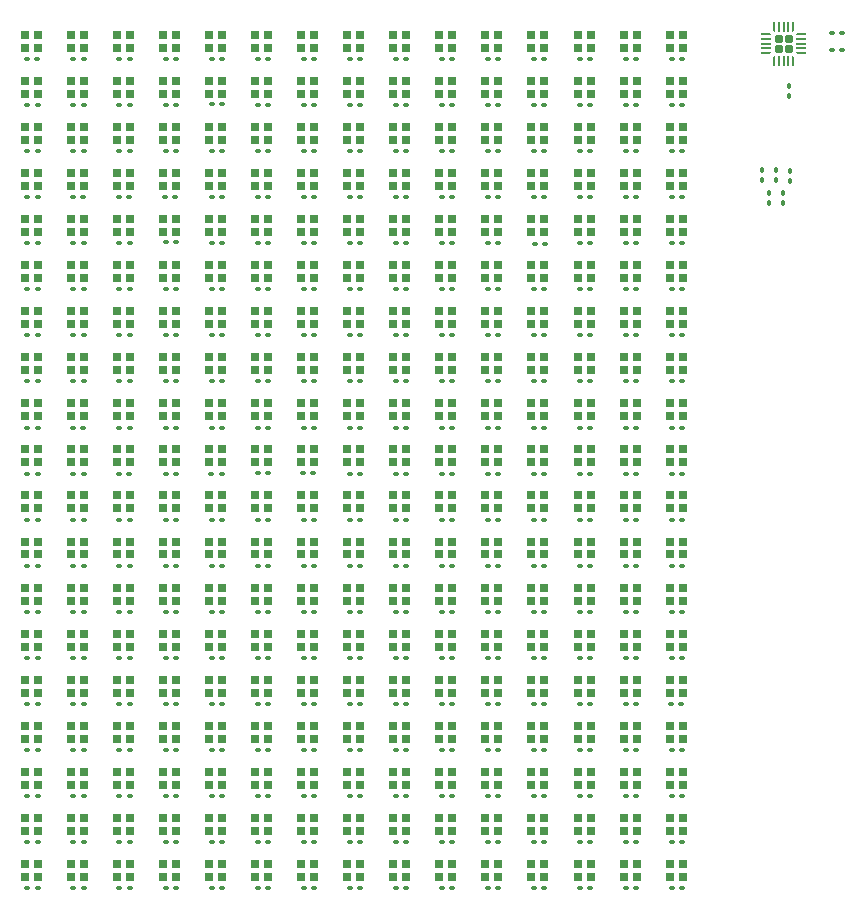
<source format=gbr>
%TF.GenerationSoftware,KiCad,Pcbnew,7.0.7*%
%TF.CreationDate,2023-12-11T13:03:46+01:00*%
%TF.ProjectId,flexAddressLedsV2,666c6578-4164-4647-9265-73734c656473,rev?*%
%TF.SameCoordinates,Original*%
%TF.FileFunction,Paste,Top*%
%TF.FilePolarity,Positive*%
%FSLAX46Y46*%
G04 Gerber Fmt 4.6, Leading zero omitted, Abs format (unit mm)*
G04 Created by KiCad (PCBNEW 7.0.7) date 2023-12-11 13:03:46*
%MOMM*%
%LPD*%
G01*
G04 APERTURE LIST*
G04 Aperture macros list*
%AMRoundRect*
0 Rectangle with rounded corners*
0 $1 Rounding radius*
0 $2 $3 $4 $5 $6 $7 $8 $9 X,Y pos of 4 corners*
0 Add a 4 corners polygon primitive as box body*
4,1,4,$2,$3,$4,$5,$6,$7,$8,$9,$2,$3,0*
0 Add four circle primitives for the rounded corners*
1,1,$1+$1,$2,$3*
1,1,$1+$1,$4,$5*
1,1,$1+$1,$6,$7*
1,1,$1+$1,$8,$9*
0 Add four rect primitives between the rounded corners*
20,1,$1+$1,$2,$3,$4,$5,0*
20,1,$1+$1,$4,$5,$6,$7,0*
20,1,$1+$1,$6,$7,$8,$9,0*
20,1,$1+$1,$8,$9,$2,$3,0*%
%AMFreePoly0*
4,1,14,0.334644,0.085355,0.385355,0.034644,0.400000,-0.000711,0.400000,-0.050000,0.385355,-0.085355,0.350000,-0.100000,-0.350000,-0.100000,-0.385355,-0.085355,-0.400000,-0.050000,-0.400000,0.050000,-0.385355,0.085355,-0.350000,0.100000,0.299289,0.100000,0.334644,0.085355,0.334644,0.085355,$1*%
%AMFreePoly1*
4,1,14,0.385355,0.085355,0.400000,0.050000,0.400000,0.000711,0.385355,-0.034644,0.334644,-0.085355,0.299289,-0.100000,-0.350000,-0.100000,-0.385355,-0.085355,-0.400000,-0.050000,-0.400000,0.050000,-0.385355,0.085355,-0.350000,0.100000,0.350000,0.100000,0.385355,0.085355,0.385355,0.085355,$1*%
%AMFreePoly2*
4,1,14,0.085355,0.385355,0.100000,0.350000,0.100000,-0.350000,0.085355,-0.385355,0.050000,-0.400000,-0.050000,-0.400000,-0.085355,-0.385355,-0.100000,-0.350000,-0.100000,0.299289,-0.085355,0.334644,-0.034644,0.385355,0.000711,0.400000,0.050000,0.400000,0.085355,0.385355,0.085355,0.385355,$1*%
%AMFreePoly3*
4,1,14,0.034644,0.385355,0.085355,0.334644,0.100000,0.299289,0.100000,-0.350000,0.085355,-0.385355,0.050000,-0.400000,-0.050000,-0.400000,-0.085355,-0.385355,-0.100000,-0.350000,-0.100000,0.350000,-0.085355,0.385355,-0.050000,0.400000,-0.000711,0.400000,0.034644,0.385355,0.034644,0.385355,$1*%
%AMFreePoly4*
4,1,14,0.385355,0.085355,0.400000,0.050000,0.400000,-0.050000,0.385355,-0.085355,0.350000,-0.100000,-0.299289,-0.100000,-0.334644,-0.085355,-0.385355,-0.034644,-0.400000,0.000711,-0.400000,0.050000,-0.385355,0.085355,-0.350000,0.100000,0.350000,0.100000,0.385355,0.085355,0.385355,0.085355,$1*%
%AMFreePoly5*
4,1,14,0.385355,0.085355,0.400000,0.050000,0.400000,-0.050000,0.385355,-0.085355,0.350000,-0.100000,-0.350000,-0.100000,-0.385355,-0.085355,-0.400000,-0.050000,-0.400000,-0.000711,-0.385355,0.034644,-0.334644,0.085355,-0.299289,0.100000,0.350000,0.100000,0.385355,0.085355,0.385355,0.085355,$1*%
%AMFreePoly6*
4,1,14,0.085355,0.385355,0.100000,0.350000,0.100000,-0.299289,0.085355,-0.334644,0.034644,-0.385355,-0.000711,-0.400000,-0.050000,-0.400000,-0.085355,-0.385355,-0.100000,-0.350000,-0.100000,0.350000,-0.085355,0.385355,-0.050000,0.400000,0.050000,0.400000,0.085355,0.385355,0.085355,0.385355,$1*%
%AMFreePoly7*
4,1,14,0.085355,0.385355,0.100000,0.350000,0.100000,-0.350000,0.085355,-0.385355,0.050000,-0.400000,0.000711,-0.400000,-0.034644,-0.385355,-0.085355,-0.334644,-0.100000,-0.299289,-0.100000,0.350000,-0.085355,0.385355,-0.050000,0.400000,0.050000,0.400000,0.085355,0.385355,0.085355,0.385355,$1*%
G04 Aperture macros list end*
%ADD10RoundRect,0.090000X-0.139000X-0.090000X0.139000X-0.090000X0.139000X0.090000X-0.139000X0.090000X0*%
%ADD11R,0.700000X0.700000*%
%ADD12RoundRect,0.090000X-0.090000X0.139000X-0.090000X-0.139000X0.090000X-0.139000X0.090000X0.139000X0*%
%ADD13RoundRect,0.090000X0.090000X-0.139000X0.090000X0.139000X-0.090000X0.139000X-0.090000X-0.139000X0*%
%ADD14RoundRect,0.172500X-0.172500X-0.172500X0.172500X-0.172500X0.172500X0.172500X-0.172500X0.172500X0*%
%ADD15FreePoly0,0.000000*%
%ADD16RoundRect,0.050000X-0.350000X-0.050000X0.350000X-0.050000X0.350000X0.050000X-0.350000X0.050000X0*%
%ADD17FreePoly1,0.000000*%
%ADD18FreePoly2,0.000000*%
%ADD19RoundRect,0.050000X-0.050000X-0.350000X0.050000X-0.350000X0.050000X0.350000X-0.050000X0.350000X0*%
%ADD20FreePoly3,0.000000*%
%ADD21FreePoly4,0.000000*%
%ADD22FreePoly5,0.000000*%
%ADD23FreePoly6,0.000000*%
%ADD24FreePoly7,0.000000*%
G04 APERTURE END LIST*
D10*
%TO.C,C33*%
X52617500Y-46050000D03*
X53482500Y-46050000D03*
%TD*%
%TO.C,C166*%
X44817500Y-81150000D03*
X45682500Y-81150000D03*
%TD*%
%TO.C,C115*%
X79917500Y-65550000D03*
X80782500Y-65550000D03*
%TD*%
%TO.C,C210*%
X99417500Y-88950000D03*
X100282500Y-88950000D03*
%TD*%
D11*
%TO.C,IC1*%
X45700000Y-36200000D03*
X45700000Y-37300000D03*
X44600000Y-37300000D03*
X44600000Y-36200000D03*
%TD*%
D10*
%TO.C,C214*%
X56517500Y-92850000D03*
X57382500Y-92850000D03*
%TD*%
%TO.C,C207*%
X87717500Y-88950000D03*
X88582500Y-88950000D03*
%TD*%
D11*
%TO.C,IC225*%
X100300000Y-90800000D03*
X100300000Y-91900000D03*
X99200000Y-91900000D03*
X99200000Y-90800000D03*
%TD*%
D10*
%TO.C,C96*%
X64317500Y-61650000D03*
X65182500Y-61650000D03*
%TD*%
D11*
%TO.C,IC105*%
X100300000Y-59600000D03*
X100300000Y-60700000D03*
X99200000Y-60700000D03*
X99200000Y-59600000D03*
%TD*%
%TO.C,IC170*%
X61300000Y-79100000D03*
X61300000Y-80200000D03*
X60200000Y-80200000D03*
X60200000Y-79100000D03*
%TD*%
D10*
%TO.C,C187*%
X68217500Y-85050000D03*
X69082500Y-85050000D03*
%TD*%
D11*
%TO.C,IC66*%
X65200000Y-51800000D03*
X65200000Y-52900000D03*
X64100000Y-52900000D03*
X64100000Y-51800000D03*
%TD*%
D10*
%TO.C,C195*%
X99417500Y-85050000D03*
X100282500Y-85050000D03*
%TD*%
D11*
%TO.C,IC167*%
X49600000Y-79100000D03*
X49600000Y-80200000D03*
X48500000Y-80200000D03*
X48500000Y-79100000D03*
%TD*%
D10*
%TO.C,C43*%
X91617500Y-46050000D03*
X92482500Y-46050000D03*
%TD*%
%TO.C,C130*%
X79917500Y-69450000D03*
X80782500Y-69450000D03*
%TD*%
%TO.C,C159*%
X76017500Y-77250000D03*
X76882500Y-77250000D03*
%TD*%
D11*
%TO.C,IC226*%
X45700000Y-94700000D03*
X45700000Y-95800000D03*
X44600000Y-95800000D03*
X44600000Y-94700000D03*
%TD*%
%TO.C,IC132*%
X88600000Y-67400000D03*
X88600000Y-68500000D03*
X87500000Y-68500000D03*
X87500000Y-67400000D03*
%TD*%
%TO.C,IC56*%
X84700000Y-47900000D03*
X84700000Y-49000000D03*
X83600000Y-49000000D03*
X83600000Y-47900000D03*
%TD*%
D10*
%TO.C,C53*%
X72117500Y-49950000D03*
X72982500Y-49950000D03*
%TD*%
D11*
%TO.C,IC275*%
X61300000Y-106400000D03*
X61300000Y-107500000D03*
X60200000Y-107500000D03*
X60200000Y-106400000D03*
%TD*%
D10*
%TO.C,C223*%
X91617500Y-92850000D03*
X92482500Y-92850000D03*
%TD*%
%TO.C,C38*%
X72117500Y-46050000D03*
X72982500Y-46050000D03*
%TD*%
D11*
%TO.C,IC121*%
X45700000Y-67400000D03*
X45700000Y-68500000D03*
X44600000Y-68500000D03*
X44600000Y-67400000D03*
%TD*%
D10*
%TO.C,C55*%
X79917500Y-49950000D03*
X80782500Y-49950000D03*
%TD*%
%TO.C,C144*%
X76017500Y-73350000D03*
X76882500Y-73350000D03*
%TD*%
%TO.C,C133*%
X91617500Y-69450000D03*
X92482500Y-69450000D03*
%TD*%
D11*
%TO.C,IC29*%
X96400000Y-40100000D03*
X96400000Y-41200000D03*
X95300000Y-41200000D03*
X95300000Y-40100000D03*
%TD*%
%TO.C,IC189*%
X76900000Y-83000000D03*
X76900000Y-84100000D03*
X75800000Y-84100000D03*
X75800000Y-83000000D03*
%TD*%
%TO.C,IC253*%
X92500000Y-98600000D03*
X92500000Y-99700000D03*
X91400000Y-99700000D03*
X91400000Y-98600000D03*
%TD*%
D10*
%TO.C,C54*%
X76017500Y-49950000D03*
X76882500Y-49950000D03*
%TD*%
D11*
%TO.C,IC123*%
X53500000Y-67400000D03*
X53500000Y-68500000D03*
X52400000Y-68500000D03*
X52400000Y-67400000D03*
%TD*%
D10*
%TO.C,C32*%
X48717500Y-46050000D03*
X49582500Y-46050000D03*
%TD*%
%TO.C,C113*%
X72117500Y-65550000D03*
X72982500Y-65550000D03*
%TD*%
D11*
%TO.C,IC206*%
X84700000Y-86900000D03*
X84700000Y-88000000D03*
X83600000Y-88000000D03*
X83600000Y-86900000D03*
%TD*%
D10*
%TO.C,C6*%
X64317500Y-38250000D03*
X65182500Y-38250000D03*
%TD*%
D11*
%TO.C,IC95*%
X61300000Y-59600000D03*
X61300000Y-60700000D03*
X60200000Y-60700000D03*
X60200000Y-59600000D03*
%TD*%
D10*
%TO.C,C169*%
X56517500Y-81150000D03*
X57382500Y-81150000D03*
%TD*%
%TO.C,C225*%
X99317500Y-92850000D03*
X100182500Y-92850000D03*
%TD*%
D11*
%TO.C,IC37*%
X69100000Y-44000000D03*
X69100000Y-45100000D03*
X68000000Y-45100000D03*
X68000000Y-44000000D03*
%TD*%
%TO.C,IC205*%
X80800000Y-86900000D03*
X80800000Y-88000000D03*
X79700000Y-88000000D03*
X79700000Y-86900000D03*
%TD*%
D10*
%TO.C,C161*%
X83817500Y-77250000D03*
X84682500Y-77250000D03*
%TD*%
%TO.C,C240*%
X99417500Y-96750000D03*
X100282500Y-96750000D03*
%TD*%
D11*
%TO.C,IC185*%
X61300000Y-83000000D03*
X61300000Y-84100000D03*
X60200000Y-84100000D03*
X60200000Y-83000000D03*
%TD*%
D10*
%TO.C,C5*%
X60417500Y-38250000D03*
X61282500Y-38250000D03*
%TD*%
D11*
%TO.C,IC243*%
X53500000Y-98600000D03*
X53500000Y-99700000D03*
X52400000Y-99700000D03*
X52400000Y-98600000D03*
%TD*%
%TO.C,IC166*%
X45700000Y-79100000D03*
X45700000Y-80200000D03*
X44600000Y-80200000D03*
X44600000Y-79100000D03*
%TD*%
D10*
%TO.C,C216*%
X64317500Y-92850000D03*
X65182500Y-92850000D03*
%TD*%
%TO.C,C269*%
X95517500Y-104550000D03*
X96382500Y-104550000D03*
%TD*%
D11*
%TO.C,IC30*%
X100300000Y-40100000D03*
X100300000Y-41200000D03*
X99200000Y-41200000D03*
X99200000Y-40100000D03*
%TD*%
D10*
%TO.C,C24*%
X76017500Y-42150000D03*
X76882500Y-42150000D03*
%TD*%
%TO.C,C12*%
X87717500Y-38250000D03*
X88582500Y-38250000D03*
%TD*%
%TO.C,C188*%
X72117500Y-85050000D03*
X72982500Y-85050000D03*
%TD*%
D11*
%TO.C,IC25*%
X80800000Y-40100000D03*
X80800000Y-41200000D03*
X79700000Y-41200000D03*
X79700000Y-40100000D03*
%TD*%
D10*
%TO.C,C78*%
X52617500Y-57750000D03*
X53482500Y-57750000D03*
%TD*%
D11*
%TO.C,IC198*%
X53500000Y-86900000D03*
X53500000Y-88000000D03*
X52400000Y-88000000D03*
X52400000Y-86900000D03*
%TD*%
D10*
%TO.C,C50*%
X60417500Y-49950000D03*
X61282500Y-49950000D03*
%TD*%
D11*
%TO.C,IC48*%
X53500000Y-47900000D03*
X53500000Y-49000000D03*
X52400000Y-49000000D03*
X52400000Y-47900000D03*
%TD*%
D10*
%TO.C,C41*%
X83817500Y-46050000D03*
X84682500Y-46050000D03*
%TD*%
D11*
%TO.C,IC238*%
X92500000Y-94700000D03*
X92500000Y-95800000D03*
X91400000Y-95800000D03*
X91400000Y-94700000D03*
%TD*%
%TO.C,IC5*%
X61300000Y-36200000D03*
X61300000Y-37300000D03*
X60200000Y-37300000D03*
X60200000Y-36200000D03*
%TD*%
%TO.C,IC143*%
X73000000Y-71300000D03*
X73000000Y-72400000D03*
X71900000Y-72400000D03*
X71900000Y-71300000D03*
%TD*%
D10*
%TO.C,C260*%
X60417500Y-104550000D03*
X61282500Y-104550000D03*
%TD*%
%TO.C,C49*%
X56467500Y-49950000D03*
X57332500Y-49950000D03*
%TD*%
%TO.C,C128*%
X72117500Y-69450000D03*
X72982500Y-69450000D03*
%TD*%
D11*
%TO.C,IC42*%
X88600000Y-44000000D03*
X88600000Y-45100000D03*
X87500000Y-45100000D03*
X87500000Y-44000000D03*
%TD*%
D10*
%TO.C,C44*%
X95517500Y-46050000D03*
X96382500Y-46050000D03*
%TD*%
%TO.C,C99*%
X76017500Y-61650000D03*
X76882500Y-61650000D03*
%TD*%
D11*
%TO.C,IC45*%
X100300000Y-44000000D03*
X100300000Y-45100000D03*
X99200000Y-45100000D03*
X99200000Y-44000000D03*
%TD*%
%TO.C,IC106*%
X45700000Y-63500000D03*
X45700000Y-64600000D03*
X44600000Y-64600000D03*
X44600000Y-63500000D03*
%TD*%
%TO.C,IC193*%
X92500000Y-83000000D03*
X92500000Y-84100000D03*
X91400000Y-84100000D03*
X91400000Y-83000000D03*
%TD*%
%TO.C,IC160*%
X80800000Y-75200000D03*
X80800000Y-76300000D03*
X79700000Y-76300000D03*
X79700000Y-75200000D03*
%TD*%
D10*
%TO.C,C117*%
X87717500Y-65550000D03*
X88582500Y-65550000D03*
%TD*%
%TO.C,C56*%
X83817500Y-49950000D03*
X84682500Y-49950000D03*
%TD*%
D12*
%TO.C,R3*%
X107600000Y-49567500D03*
X107600000Y-50432500D03*
%TD*%
D10*
%TO.C,C237*%
X87717500Y-96750000D03*
X88582500Y-96750000D03*
%TD*%
D11*
%TO.C,IC204*%
X76900000Y-86900000D03*
X76900000Y-88000000D03*
X75800000Y-88000000D03*
X75800000Y-86900000D03*
%TD*%
%TO.C,IC72*%
X88600000Y-51800000D03*
X88600000Y-52900000D03*
X87500000Y-52900000D03*
X87500000Y-51800000D03*
%TD*%
%TO.C,IC212*%
X49600000Y-90800000D03*
X49600000Y-91900000D03*
X48500000Y-91900000D03*
X48500000Y-90800000D03*
%TD*%
%TO.C,IC279*%
X76900000Y-106400000D03*
X76900000Y-107500000D03*
X75800000Y-107500000D03*
X75800000Y-106400000D03*
%TD*%
D10*
%TO.C,C165*%
X99417500Y-77250000D03*
X100282500Y-77250000D03*
%TD*%
%TO.C,C1*%
X44810000Y-38250000D03*
X45675000Y-38250000D03*
%TD*%
%TO.C,C114*%
X76017500Y-65550000D03*
X76882500Y-65550000D03*
%TD*%
%TO.C,C63*%
X52617500Y-53850000D03*
X53482500Y-53850000D03*
%TD*%
%TO.C,C180*%
X99417500Y-81150000D03*
X100282500Y-81150000D03*
%TD*%
D11*
%TO.C,IC161*%
X84700000Y-75200000D03*
X84700000Y-76300000D03*
X83600000Y-76300000D03*
X83600000Y-75200000D03*
%TD*%
D10*
%TO.C,C221*%
X83817500Y-92850000D03*
X84682500Y-92850000D03*
%TD*%
D11*
%TO.C,IC229*%
X57400000Y-94700000D03*
X57400000Y-95800000D03*
X56300000Y-95800000D03*
X56300000Y-94700000D03*
%TD*%
%TO.C,IC165*%
X100300000Y-75200000D03*
X100300000Y-76300000D03*
X99200000Y-76300000D03*
X99200000Y-75200000D03*
%TD*%
%TO.C,IC9*%
X76900000Y-36200000D03*
X76900000Y-37300000D03*
X75800000Y-37300000D03*
X75800000Y-36200000D03*
%TD*%
%TO.C,IC188*%
X73000000Y-83000000D03*
X73000000Y-84100000D03*
X71900000Y-84100000D03*
X71900000Y-83000000D03*
%TD*%
D10*
%TO.C,C217*%
X68217500Y-92850000D03*
X69082500Y-92850000D03*
%TD*%
%TO.C,C57*%
X87717500Y-49950000D03*
X88582500Y-49950000D03*
%TD*%
%TO.C,C88*%
X91617500Y-57750000D03*
X92482500Y-57750000D03*
%TD*%
D11*
%TO.C,IC14*%
X96400000Y-36200000D03*
X96400000Y-37300000D03*
X95300000Y-37300000D03*
X95300000Y-36200000D03*
%TD*%
D10*
%TO.C,C280*%
X79917500Y-108450000D03*
X80782500Y-108450000D03*
%TD*%
%TO.C,C17*%
X48717500Y-42150000D03*
X49582500Y-42150000D03*
%TD*%
D11*
%TO.C,IC111*%
X65200000Y-63500000D03*
X65200000Y-64600000D03*
X64100000Y-64600000D03*
X64100000Y-63500000D03*
%TD*%
D10*
%TO.C,C4*%
X56517500Y-38250000D03*
X57382500Y-38250000D03*
%TD*%
D11*
%TO.C,IC218*%
X73000000Y-90800000D03*
X73000000Y-91900000D03*
X71900000Y-91900000D03*
X71900000Y-90800000D03*
%TD*%
D10*
%TO.C,C192*%
X87717500Y-85050000D03*
X88582500Y-85050000D03*
%TD*%
D11*
%TO.C,IC171*%
X65200000Y-79100000D03*
X65200000Y-80200000D03*
X64100000Y-80200000D03*
X64100000Y-79100000D03*
%TD*%
%TO.C,IC85*%
X80800000Y-55700000D03*
X80800000Y-56800000D03*
X79700000Y-56800000D03*
X79700000Y-55700000D03*
%TD*%
D10*
%TO.C,C125*%
X60417500Y-69450000D03*
X61282500Y-69450000D03*
%TD*%
%TO.C,C40*%
X79917500Y-46050000D03*
X80782500Y-46050000D03*
%TD*%
D11*
%TO.C,IC269*%
X96400000Y-102500000D03*
X96400000Y-103600000D03*
X95300000Y-103600000D03*
X95300000Y-102500000D03*
%TD*%
%TO.C,IC277*%
X69100000Y-106400000D03*
X69100000Y-107500000D03*
X68000000Y-107500000D03*
X68000000Y-106400000D03*
%TD*%
%TO.C,IC264*%
X76900000Y-102500000D03*
X76900000Y-103600000D03*
X75800000Y-103600000D03*
X75800000Y-102500000D03*
%TD*%
D10*
%TO.C,C176*%
X83817500Y-81150000D03*
X84682500Y-81150000D03*
%TD*%
%TO.C,C116*%
X83817500Y-65550000D03*
X84682500Y-65550000D03*
%TD*%
%TO.C,C126*%
X64317500Y-69450000D03*
X65182500Y-69450000D03*
%TD*%
D11*
%TO.C,IC129*%
X76900000Y-67400000D03*
X76900000Y-68500000D03*
X75800000Y-68500000D03*
X75800000Y-67400000D03*
%TD*%
D10*
%TO.C,C111*%
X64317500Y-65550000D03*
X65182500Y-65550000D03*
%TD*%
D11*
%TO.C,IC93*%
X53500000Y-59600000D03*
X53500000Y-60700000D03*
X52400000Y-60700000D03*
X52400000Y-59600000D03*
%TD*%
D10*
%TO.C,C106*%
X44817500Y-65550000D03*
X45682500Y-65550000D03*
%TD*%
D11*
%TO.C,IC146*%
X84700000Y-71300000D03*
X84700000Y-72400000D03*
X83600000Y-72400000D03*
X83600000Y-71300000D03*
%TD*%
%TO.C,IC281*%
X84700000Y-106400000D03*
X84700000Y-107500000D03*
X83600000Y-107500000D03*
X83600000Y-106400000D03*
%TD*%
%TO.C,IC190*%
X80800000Y-83000000D03*
X80800000Y-84100000D03*
X79700000Y-84100000D03*
X79700000Y-83000000D03*
%TD*%
D10*
%TO.C,C82*%
X68217500Y-57750000D03*
X69082500Y-57750000D03*
%TD*%
%TO.C,C84*%
X76017500Y-57750000D03*
X76882500Y-57750000D03*
%TD*%
D11*
%TO.C,IC112*%
X69100000Y-63500000D03*
X69100000Y-64600000D03*
X68000000Y-64600000D03*
X68000000Y-63500000D03*
%TD*%
%TO.C,IC35*%
X61300000Y-44000000D03*
X61300000Y-45100000D03*
X60200000Y-45100000D03*
X60200000Y-44000000D03*
%TD*%
%TO.C,IC71*%
X84700000Y-51800000D03*
X84700000Y-52900000D03*
X83600000Y-52900000D03*
X83600000Y-51800000D03*
%TD*%
%TO.C,IC195*%
X100300000Y-83000000D03*
X100300000Y-84100000D03*
X99200000Y-84100000D03*
X99200000Y-83000000D03*
%TD*%
D10*
%TO.C,C168*%
X52617500Y-81150000D03*
X53482500Y-81150000D03*
%TD*%
D11*
%TO.C,IC59*%
X96400000Y-47900000D03*
X96400000Y-49000000D03*
X95300000Y-49000000D03*
X95300000Y-47900000D03*
%TD*%
D10*
%TO.C,C81*%
X64317500Y-57750000D03*
X65182500Y-57750000D03*
%TD*%
%TO.C,C263*%
X72117500Y-104550000D03*
X72982500Y-104550000D03*
%TD*%
D11*
%TO.C,IC33*%
X53500000Y-44000000D03*
X53500000Y-45100000D03*
X52400000Y-45100000D03*
X52400000Y-44000000D03*
%TD*%
D10*
%TO.C,C270*%
X99417500Y-104550000D03*
X100282500Y-104550000D03*
%TD*%
D11*
%TO.C,IC154*%
X57400000Y-75200000D03*
X57400000Y-76300000D03*
X56300000Y-76300000D03*
X56300000Y-75200000D03*
%TD*%
%TO.C,IC136*%
X45700000Y-71300000D03*
X45700000Y-72400000D03*
X44600000Y-72400000D03*
X44600000Y-71300000D03*
%TD*%
D10*
%TO.C,C235*%
X79917500Y-96750000D03*
X80782500Y-96750000D03*
%TD*%
%TO.C,C148*%
X91617500Y-73350000D03*
X92482500Y-73350000D03*
%TD*%
%TO.C,C124*%
X56517500Y-69450000D03*
X57382500Y-69450000D03*
%TD*%
%TO.C,C222*%
X87717500Y-92850000D03*
X88582500Y-92850000D03*
%TD*%
%TO.C,C89*%
X95517500Y-57750000D03*
X96382500Y-57750000D03*
%TD*%
%TO.C,C179*%
X95517500Y-81150000D03*
X96382500Y-81150000D03*
%TD*%
%TO.C,C215*%
X60417500Y-92850000D03*
X61282500Y-92850000D03*
%TD*%
D11*
%TO.C,IC3*%
X53500000Y-36200000D03*
X53500000Y-37300000D03*
X52400000Y-37300000D03*
X52400000Y-36200000D03*
%TD*%
D10*
%TO.C,C256*%
X44817500Y-104550000D03*
X45682500Y-104550000D03*
%TD*%
%TO.C,C183*%
X52617500Y-85050000D03*
X53482500Y-85050000D03*
%TD*%
%TO.C,C110*%
X60417500Y-65550000D03*
X61282500Y-65550000D03*
%TD*%
%TO.C,C227*%
X48717500Y-96750000D03*
X49582500Y-96750000D03*
%TD*%
D11*
%TO.C,IC192*%
X88600000Y-83000000D03*
X88600000Y-84100000D03*
X87500000Y-84100000D03*
X87500000Y-83000000D03*
%TD*%
D10*
%TO.C,C232*%
X68217500Y-96750000D03*
X69082500Y-96750000D03*
%TD*%
%TO.C,C15*%
X99410000Y-38250000D03*
X100275000Y-38250000D03*
%TD*%
%TO.C,C59*%
X95517500Y-49950000D03*
X96382500Y-49950000D03*
%TD*%
D11*
%TO.C,IC180*%
X100300000Y-79100000D03*
X100300000Y-80200000D03*
X99200000Y-80200000D03*
X99200000Y-79100000D03*
%TD*%
D10*
%TO.C,C220*%
X79917500Y-92850000D03*
X80782500Y-92850000D03*
%TD*%
%TO.C,C14*%
X95517500Y-38250000D03*
X96382500Y-38250000D03*
%TD*%
D11*
%TO.C,IC262*%
X69100000Y-102500000D03*
X69100000Y-103600000D03*
X68000000Y-103600000D03*
X68000000Y-102500000D03*
%TD*%
D10*
%TO.C,C275*%
X60417500Y-108450000D03*
X61282500Y-108450000D03*
%TD*%
D11*
%TO.C,IC202*%
X69100000Y-86900000D03*
X69100000Y-88000000D03*
X68000000Y-88000000D03*
X68000000Y-86900000D03*
%TD*%
D10*
%TO.C,C242*%
X48717500Y-100650000D03*
X49582500Y-100650000D03*
%TD*%
%TO.C,C139*%
X56517500Y-73350000D03*
X57382500Y-73350000D03*
%TD*%
%TO.C,C258*%
X52617500Y-104550000D03*
X53482500Y-104550000D03*
%TD*%
%TO.C,C219*%
X76017500Y-92850000D03*
X76882500Y-92850000D03*
%TD*%
%TO.C,C98*%
X72117500Y-61650000D03*
X72982500Y-61650000D03*
%TD*%
D11*
%TO.C,IC133*%
X92500000Y-67400000D03*
X92500000Y-68500000D03*
X91400000Y-68500000D03*
X91400000Y-67400000D03*
%TD*%
D10*
%TO.C,C271*%
X44817500Y-108450000D03*
X45682500Y-108450000D03*
%TD*%
%TO.C,C267*%
X87717500Y-104550000D03*
X88582500Y-104550000D03*
%TD*%
%TO.C,C95*%
X60417500Y-61650000D03*
X61282500Y-61650000D03*
%TD*%
%TO.C,C146*%
X83817500Y-73350000D03*
X84682500Y-73350000D03*
%TD*%
D11*
%TO.C,IC175*%
X80800000Y-79100000D03*
X80800000Y-80200000D03*
X79700000Y-80200000D03*
X79700000Y-79100000D03*
%TD*%
D10*
%TO.C,C74*%
X95517500Y-53850000D03*
X96382500Y-53850000D03*
%TD*%
D11*
%TO.C,IC259*%
X57400000Y-102500000D03*
X57400000Y-103600000D03*
X56300000Y-103600000D03*
X56300000Y-102500000D03*
%TD*%
%TO.C,IC87*%
X88600000Y-55700000D03*
X88600000Y-56800000D03*
X87500000Y-56800000D03*
X87500000Y-55700000D03*
%TD*%
%TO.C,IC62*%
X49600000Y-51800000D03*
X49600000Y-52900000D03*
X48500000Y-52900000D03*
X48500000Y-51800000D03*
%TD*%
D10*
%TO.C,C129*%
X76017500Y-69450000D03*
X76882500Y-69450000D03*
%TD*%
D11*
%TO.C,IC51*%
X65200000Y-47900000D03*
X65200000Y-49000000D03*
X64100000Y-49000000D03*
X64100000Y-47900000D03*
%TD*%
%TO.C,IC124*%
X57400000Y-67400000D03*
X57400000Y-68500000D03*
X56300000Y-68500000D03*
X56300000Y-67400000D03*
%TD*%
%TO.C,IC250*%
X80800000Y-98600000D03*
X80800000Y-99700000D03*
X79700000Y-99700000D03*
X79700000Y-98600000D03*
%TD*%
D10*
%TO.C,C107*%
X48717500Y-65550000D03*
X49582500Y-65550000D03*
%TD*%
D11*
%TO.C,IC158*%
X73000000Y-75200000D03*
X73000000Y-76300000D03*
X71900000Y-76300000D03*
X71900000Y-75200000D03*
%TD*%
%TO.C,IC50*%
X61300000Y-47900000D03*
X61300000Y-49000000D03*
X60200000Y-49000000D03*
X60200000Y-47900000D03*
%TD*%
D10*
%TO.C,C264*%
X76017500Y-104550000D03*
X76882500Y-104550000D03*
%TD*%
D11*
%TO.C,IC64*%
X57400000Y-51800000D03*
X57400000Y-52900000D03*
X56300000Y-52900000D03*
X56300000Y-51800000D03*
%TD*%
%TO.C,IC191*%
X84700000Y-83000000D03*
X84700000Y-84100000D03*
X83600000Y-84100000D03*
X83600000Y-83000000D03*
%TD*%
D10*
%TO.C,C157*%
X68217500Y-77250000D03*
X69082500Y-77250000D03*
%TD*%
D11*
%TO.C,IC88*%
X92500000Y-55700000D03*
X92500000Y-56800000D03*
X91400000Y-56800000D03*
X91400000Y-55700000D03*
%TD*%
D10*
%TO.C,C147*%
X87717500Y-73350000D03*
X88582500Y-73350000D03*
%TD*%
%TO.C,C135*%
X99417500Y-69450000D03*
X100282500Y-69450000D03*
%TD*%
%TO.C,C23*%
X72117500Y-42150000D03*
X72982500Y-42150000D03*
%TD*%
%TO.C,C200*%
X60417500Y-88950000D03*
X61282500Y-88950000D03*
%TD*%
D11*
%TO.C,IC174*%
X76900000Y-79100000D03*
X76900000Y-80200000D03*
X75800000Y-80200000D03*
X75800000Y-79100000D03*
%TD*%
%TO.C,IC122*%
X49600000Y-67400000D03*
X49600000Y-68500000D03*
X48500000Y-68500000D03*
X48500000Y-67400000D03*
%TD*%
D10*
%TO.C,C118*%
X91617500Y-65550000D03*
X92482500Y-65550000D03*
%TD*%
D11*
%TO.C,IC141*%
X65200000Y-71300000D03*
X65200000Y-72400000D03*
X64100000Y-72400000D03*
X64100000Y-71300000D03*
%TD*%
%TO.C,IC103*%
X92500000Y-59600000D03*
X92500000Y-60700000D03*
X91400000Y-60700000D03*
X91400000Y-59600000D03*
%TD*%
D10*
%TO.C,C201*%
X64317500Y-88950000D03*
X65182500Y-88950000D03*
%TD*%
%TO.C,C91*%
X44817500Y-61650000D03*
X45682500Y-61650000D03*
%TD*%
%TO.C,C90*%
X99417500Y-57750000D03*
X100282500Y-57750000D03*
%TD*%
%TO.C,C138*%
X52575000Y-73400000D03*
X53440000Y-73400000D03*
%TD*%
%TO.C,C25*%
X79917500Y-42150000D03*
X80782500Y-42150000D03*
%TD*%
%TO.C,C85*%
X79917500Y-57750000D03*
X80782500Y-57750000D03*
%TD*%
%TO.C,C163*%
X91617500Y-77250000D03*
X92482500Y-77250000D03*
%TD*%
D11*
%TO.C,IC249*%
X76900000Y-98600000D03*
X76900000Y-99700000D03*
X75800000Y-99700000D03*
X75800000Y-98600000D03*
%TD*%
D10*
%TO.C,C236*%
X83817500Y-96750000D03*
X84682500Y-96750000D03*
%TD*%
D11*
%TO.C,IC92*%
X49600000Y-59600000D03*
X49600000Y-60700000D03*
X48500000Y-60700000D03*
X48500000Y-59600000D03*
%TD*%
D10*
%TO.C,C79*%
X56517500Y-57750000D03*
X57382500Y-57750000D03*
%TD*%
D11*
%TO.C,IC82*%
X69100000Y-55700000D03*
X69100000Y-56800000D03*
X68000000Y-56800000D03*
X68000000Y-55700000D03*
%TD*%
%TO.C,IC184*%
X57400000Y-83000000D03*
X57400000Y-84100000D03*
X56300000Y-84100000D03*
X56300000Y-83000000D03*
%TD*%
%TO.C,IC84*%
X76900000Y-55700000D03*
X76900000Y-56800000D03*
X75800000Y-56800000D03*
X75800000Y-55700000D03*
%TD*%
%TO.C,IC131*%
X84700000Y-67400000D03*
X84700000Y-68500000D03*
X83600000Y-68500000D03*
X83600000Y-67400000D03*
%TD*%
D10*
%TO.C,C272*%
X48717500Y-108450000D03*
X49582500Y-108450000D03*
%TD*%
D11*
%TO.C,IC18*%
X53500000Y-40100000D03*
X53500000Y-41200000D03*
X52400000Y-41200000D03*
X52400000Y-40100000D03*
%TD*%
%TO.C,IC68*%
X73000000Y-51800000D03*
X73000000Y-52900000D03*
X71900000Y-52900000D03*
X71900000Y-51800000D03*
%TD*%
%TO.C,IC43*%
X92500000Y-44000000D03*
X92500000Y-45100000D03*
X91400000Y-45100000D03*
X91400000Y-44000000D03*
%TD*%
D10*
%TO.C,C10*%
X79917500Y-38250000D03*
X80782500Y-38250000D03*
%TD*%
%TO.C,C194*%
X95517500Y-85050000D03*
X96382500Y-85050000D03*
%TD*%
D11*
%TO.C,IC266*%
X84700000Y-102500000D03*
X84700000Y-103600000D03*
X83600000Y-103600000D03*
X83600000Y-102500000D03*
%TD*%
%TO.C,IC245*%
X61300000Y-98600000D03*
X61300000Y-99700000D03*
X60200000Y-99700000D03*
X60200000Y-98600000D03*
%TD*%
D10*
%TO.C,C284*%
X95517500Y-108450000D03*
X96382500Y-108450000D03*
%TD*%
D11*
%TO.C,IC224*%
X96400000Y-90800000D03*
X96400000Y-91900000D03*
X95300000Y-91900000D03*
X95300000Y-90800000D03*
%TD*%
%TO.C,IC251*%
X84700000Y-98600000D03*
X84700000Y-99700000D03*
X83600000Y-99700000D03*
X83600000Y-98600000D03*
%TD*%
%TO.C,IC282*%
X88600000Y-106400000D03*
X88600000Y-107500000D03*
X87500000Y-107500000D03*
X87500000Y-106400000D03*
%TD*%
D10*
%TO.C,C155*%
X60417500Y-77250000D03*
X61282500Y-77250000D03*
%TD*%
D11*
%TO.C,IC213*%
X53500000Y-90800000D03*
X53500000Y-91900000D03*
X52400000Y-91900000D03*
X52400000Y-90800000D03*
%TD*%
%TO.C,IC73*%
X92500000Y-51800000D03*
X92500000Y-52900000D03*
X91400000Y-52900000D03*
X91400000Y-51800000D03*
%TD*%
D10*
%TO.C,C212*%
X48717500Y-92850000D03*
X49582500Y-92850000D03*
%TD*%
D11*
%TO.C,IC100*%
X80800000Y-59600000D03*
X80800000Y-60700000D03*
X79700000Y-60700000D03*
X79700000Y-59600000D03*
%TD*%
%TO.C,IC215*%
X61300000Y-90800000D03*
X61300000Y-91900000D03*
X60200000Y-91900000D03*
X60200000Y-90800000D03*
%TD*%
D10*
%TO.C,C151*%
X44817500Y-77250000D03*
X45682500Y-77250000D03*
%TD*%
D11*
%TO.C,IC285*%
X100300000Y-106400000D03*
X100300000Y-107500000D03*
X99200000Y-107500000D03*
X99200000Y-106400000D03*
%TD*%
%TO.C,IC183*%
X53500000Y-83000000D03*
X53500000Y-84100000D03*
X52400000Y-84100000D03*
X52400000Y-83000000D03*
%TD*%
D10*
%TO.C,C3*%
X52617500Y-38250000D03*
X53482500Y-38250000D03*
%TD*%
%TO.C,C19*%
X56517500Y-42150000D03*
X57382500Y-42150000D03*
%TD*%
%TO.C,C39*%
X76017500Y-46050000D03*
X76882500Y-46050000D03*
%TD*%
D12*
%TO.C,R6*%
X109400000Y-47700000D03*
X109400000Y-48565000D03*
%TD*%
D10*
%TO.C,C252*%
X87717500Y-100650000D03*
X88582500Y-100650000D03*
%TD*%
D11*
%TO.C,IC57*%
X88600000Y-47900000D03*
X88600000Y-49000000D03*
X87500000Y-49000000D03*
X87500000Y-47900000D03*
%TD*%
D10*
%TO.C,C279*%
X76017500Y-108450000D03*
X76882500Y-108450000D03*
%TD*%
D11*
%TO.C,IC128*%
X73000000Y-67400000D03*
X73000000Y-68500000D03*
X71900000Y-68500000D03*
X71900000Y-67400000D03*
%TD*%
D10*
%TO.C,C121*%
X44817500Y-69450000D03*
X45682500Y-69450000D03*
%TD*%
D11*
%TO.C,IC211*%
X45700000Y-90800000D03*
X45700000Y-91900000D03*
X44600000Y-91900000D03*
X44600000Y-90800000D03*
%TD*%
D10*
%TO.C,C60*%
X99417500Y-49950000D03*
X100282500Y-49950000D03*
%TD*%
D11*
%TO.C,IC179*%
X96400000Y-79100000D03*
X96400000Y-80200000D03*
X95300000Y-80200000D03*
X95300000Y-79100000D03*
%TD*%
D10*
%TO.C,C193*%
X91617500Y-85050000D03*
X92482500Y-85050000D03*
%TD*%
D11*
%TO.C,IC79*%
X57400000Y-55700000D03*
X57400000Y-56800000D03*
X56300000Y-56800000D03*
X56300000Y-55700000D03*
%TD*%
%TO.C,IC233*%
X73000000Y-94700000D03*
X73000000Y-95800000D03*
X71900000Y-95800000D03*
X71900000Y-94700000D03*
%TD*%
D10*
%TO.C,C143*%
X72117500Y-73350000D03*
X72982500Y-73350000D03*
%TD*%
%TO.C,C170*%
X60417500Y-81150000D03*
X61282500Y-81150000D03*
%TD*%
%TO.C,C150*%
X99417500Y-73350000D03*
X100282500Y-73350000D03*
%TD*%
%TO.C,C21*%
X64317500Y-42150000D03*
X65182500Y-42150000D03*
%TD*%
D11*
%TO.C,IC97*%
X69100000Y-59600000D03*
X69100000Y-60700000D03*
X68000000Y-60700000D03*
X68000000Y-59600000D03*
%TD*%
D10*
%TO.C,C226*%
X44817500Y-96750000D03*
X45682500Y-96750000D03*
%TD*%
D11*
%TO.C,IC49*%
X57400000Y-47900000D03*
X57400000Y-49000000D03*
X56300000Y-49000000D03*
X56300000Y-47900000D03*
%TD*%
D10*
%TO.C,C175*%
X79917500Y-81150000D03*
X80782500Y-81150000D03*
%TD*%
D11*
%TO.C,IC107*%
X49600000Y-63500000D03*
X49600000Y-64600000D03*
X48500000Y-64600000D03*
X48500000Y-63500000D03*
%TD*%
D10*
%TO.C,C184*%
X56517500Y-85050000D03*
X57382500Y-85050000D03*
%TD*%
%TO.C,C13*%
X91617500Y-38250000D03*
X92482500Y-38250000D03*
%TD*%
D11*
%TO.C,IC227*%
X49600000Y-94700000D03*
X49600000Y-95800000D03*
X48500000Y-95800000D03*
X48500000Y-94700000D03*
%TD*%
D10*
%TO.C,C257*%
X48717500Y-104550000D03*
X49582500Y-104550000D03*
%TD*%
D11*
%TO.C,IC153*%
X53500000Y-75200000D03*
X53500000Y-76300000D03*
X52400000Y-76300000D03*
X52400000Y-75200000D03*
%TD*%
D10*
%TO.C,C77*%
X48717500Y-57750000D03*
X49582500Y-57750000D03*
%TD*%
D11*
%TO.C,IC182*%
X49600000Y-83000000D03*
X49600000Y-84100000D03*
X48500000Y-84100000D03*
X48500000Y-83000000D03*
%TD*%
%TO.C,IC173*%
X73000000Y-79100000D03*
X73000000Y-80200000D03*
X71900000Y-80200000D03*
X71900000Y-79100000D03*
%TD*%
D10*
%TO.C,C171*%
X64317500Y-81150000D03*
X65182500Y-81150000D03*
%TD*%
%TO.C,C229*%
X56517500Y-96750000D03*
X57382500Y-96750000D03*
%TD*%
D11*
%TO.C,IC89*%
X96400000Y-55700000D03*
X96400000Y-56800000D03*
X95300000Y-56800000D03*
X95300000Y-55700000D03*
%TD*%
D10*
%TO.C,C206*%
X83817500Y-88950000D03*
X84682500Y-88950000D03*
%TD*%
%TO.C,C197*%
X48717500Y-88950000D03*
X49582500Y-88950000D03*
%TD*%
%TO.C,C255*%
X99417500Y-100650000D03*
X100282500Y-100650000D03*
%TD*%
D11*
%TO.C,IC19*%
X57400000Y-40100000D03*
X57400000Y-41200000D03*
X56300000Y-41200000D03*
X56300000Y-40100000D03*
%TD*%
D10*
%TO.C,C132*%
X87700000Y-69450000D03*
X88565000Y-69450000D03*
%TD*%
%TO.C,C87*%
X87717500Y-57750000D03*
X88582500Y-57750000D03*
%TD*%
%TO.C,C152*%
X48717500Y-77250000D03*
X49582500Y-77250000D03*
%TD*%
%TO.C,C137*%
X48717500Y-73350000D03*
X49582500Y-73350000D03*
%TD*%
D11*
%TO.C,IC4*%
X57400000Y-36200000D03*
X57400000Y-37300000D03*
X56300000Y-37300000D03*
X56300000Y-36200000D03*
%TD*%
%TO.C,IC13*%
X92500000Y-36200000D03*
X92500000Y-37300000D03*
X91400000Y-37300000D03*
X91400000Y-36200000D03*
%TD*%
%TO.C,IC163*%
X92500000Y-75200000D03*
X92500000Y-76300000D03*
X91400000Y-76300000D03*
X91400000Y-75200000D03*
%TD*%
%TO.C,IC265*%
X80800000Y-102500000D03*
X80800000Y-103600000D03*
X79700000Y-103600000D03*
X79700000Y-102500000D03*
%TD*%
%TO.C,IC86*%
X84700000Y-55700000D03*
X84700000Y-56800000D03*
X83600000Y-56800000D03*
X83600000Y-55700000D03*
%TD*%
%TO.C,IC55*%
X80800000Y-47900000D03*
X80800000Y-49000000D03*
X79700000Y-49000000D03*
X79700000Y-47900000D03*
%TD*%
D10*
%TO.C,C94*%
X56517500Y-61650000D03*
X57382500Y-61650000D03*
%TD*%
%TO.C,C277*%
X68217500Y-108450000D03*
X69082500Y-108450000D03*
%TD*%
%TO.C,C191*%
X83817500Y-85050000D03*
X84682500Y-85050000D03*
%TD*%
%TO.C,C92*%
X48717500Y-61650000D03*
X49582500Y-61650000D03*
%TD*%
%TO.C,C16*%
X44817500Y-42150000D03*
X45682500Y-42150000D03*
%TD*%
%TO.C,C251*%
X83817500Y-100650000D03*
X84682500Y-100650000D03*
%TD*%
D11*
%TO.C,IC242*%
X49600000Y-98600000D03*
X49600000Y-99700000D03*
X48500000Y-99700000D03*
X48500000Y-98600000D03*
%TD*%
%TO.C,IC69*%
X76900000Y-51800000D03*
X76900000Y-52900000D03*
X75800000Y-52900000D03*
X75800000Y-51800000D03*
%TD*%
%TO.C,IC283*%
X92500000Y-106400000D03*
X92500000Y-107500000D03*
X91400000Y-107500000D03*
X91400000Y-106400000D03*
%TD*%
%TO.C,IC270*%
X100300000Y-102500000D03*
X100300000Y-103600000D03*
X99200000Y-103600000D03*
X99200000Y-102500000D03*
%TD*%
D10*
%TO.C,C36*%
X64317500Y-46050000D03*
X65182500Y-46050000D03*
%TD*%
D11*
%TO.C,IC231*%
X65200000Y-94700000D03*
X65200000Y-95800000D03*
X64100000Y-95800000D03*
X64100000Y-94700000D03*
%TD*%
D10*
%TO.C,C241*%
X44817500Y-100650000D03*
X45682500Y-100650000D03*
%TD*%
%TO.C,C205*%
X79917500Y-88950000D03*
X80782500Y-88950000D03*
%TD*%
D11*
%TO.C,IC54*%
X76900000Y-47900000D03*
X76900000Y-49000000D03*
X75800000Y-49000000D03*
X75800000Y-47900000D03*
%TD*%
%TO.C,IC99*%
X76900000Y-59600000D03*
X76900000Y-60700000D03*
X75800000Y-60700000D03*
X75800000Y-59600000D03*
%TD*%
%TO.C,IC38*%
X73000000Y-44000000D03*
X73000000Y-45100000D03*
X71900000Y-45100000D03*
X71900000Y-44000000D03*
%TD*%
D10*
%TO.C,C7*%
X68217500Y-38250000D03*
X69082500Y-38250000D03*
%TD*%
D11*
%TO.C,IC164*%
X96400000Y-75200000D03*
X96400000Y-76300000D03*
X95300000Y-76300000D03*
X95300000Y-75200000D03*
%TD*%
D10*
%TO.C,C100*%
X79917500Y-61650000D03*
X80782500Y-61650000D03*
%TD*%
D11*
%TO.C,IC228*%
X53500000Y-94700000D03*
X53500000Y-95800000D03*
X52400000Y-95800000D03*
X52400000Y-94700000D03*
%TD*%
%TO.C,IC94*%
X57400000Y-59600000D03*
X57400000Y-60700000D03*
X56300000Y-60700000D03*
X56300000Y-59600000D03*
%TD*%
D10*
%TO.C,C18*%
X52617500Y-42150000D03*
X53482500Y-42150000D03*
%TD*%
%TO.C,C164*%
X95517500Y-77250000D03*
X96382500Y-77250000D03*
%TD*%
%TO.C,C29*%
X95510000Y-42150000D03*
X96375000Y-42150000D03*
%TD*%
D11*
%TO.C,IC101*%
X84700000Y-59600000D03*
X84700000Y-60700000D03*
X83600000Y-60700000D03*
X83600000Y-59600000D03*
%TD*%
%TO.C,IC241*%
X45700000Y-98600000D03*
X45700000Y-99700000D03*
X44600000Y-99700000D03*
X44600000Y-98600000D03*
%TD*%
D10*
%TO.C,C274*%
X56517500Y-108450000D03*
X57382500Y-108450000D03*
%TD*%
D11*
%TO.C,IC273*%
X53500000Y-106400000D03*
X53500000Y-107500000D03*
X52400000Y-107500000D03*
X52400000Y-106400000D03*
%TD*%
%TO.C,IC104*%
X96400000Y-59600000D03*
X96400000Y-60700000D03*
X95300000Y-60700000D03*
X95300000Y-59600000D03*
%TD*%
%TO.C,IC263*%
X73000000Y-102500000D03*
X73000000Y-103600000D03*
X71900000Y-103600000D03*
X71900000Y-102500000D03*
%TD*%
%TO.C,IC236*%
X84700000Y-94700000D03*
X84700000Y-95800000D03*
X83600000Y-95800000D03*
X83600000Y-94700000D03*
%TD*%
%TO.C,IC194*%
X96400000Y-83000000D03*
X96400000Y-84100000D03*
X95300000Y-84100000D03*
X95300000Y-83000000D03*
%TD*%
%TO.C,IC220*%
X80800000Y-90800000D03*
X80800000Y-91900000D03*
X79700000Y-91900000D03*
X79700000Y-90800000D03*
%TD*%
D10*
%TO.C,C254*%
X95517500Y-100650000D03*
X96382500Y-100650000D03*
%TD*%
%TO.C,C127*%
X68217500Y-69450000D03*
X69082500Y-69450000D03*
%TD*%
D11*
%TO.C,IC221*%
X84700000Y-90800000D03*
X84700000Y-91900000D03*
X83600000Y-91900000D03*
X83600000Y-90800000D03*
%TD*%
%TO.C,IC201*%
X65200000Y-86900000D03*
X65200000Y-88000000D03*
X64100000Y-88000000D03*
X64100000Y-86900000D03*
%TD*%
D10*
%TO.C,C153*%
X52617500Y-77250000D03*
X53482500Y-77250000D03*
%TD*%
D11*
%TO.C,IC219*%
X76900000Y-90800000D03*
X76900000Y-91900000D03*
X75800000Y-91900000D03*
X75800000Y-90800000D03*
%TD*%
D10*
%TO.C,C248*%
X72117500Y-100650000D03*
X72982500Y-100650000D03*
%TD*%
%TO.C,C276*%
X64317500Y-108450000D03*
X65182500Y-108450000D03*
%TD*%
%TO.C,C230*%
X60417500Y-96750000D03*
X61282500Y-96750000D03*
%TD*%
%TO.C,C178*%
X91617500Y-81150000D03*
X92482500Y-81150000D03*
%TD*%
%TO.C,C69*%
X76017500Y-53850000D03*
X76882500Y-53850000D03*
%TD*%
%TO.C,C266*%
X83817500Y-104550000D03*
X84682500Y-104550000D03*
%TD*%
%TO.C,C131*%
X83817500Y-69450000D03*
X84682500Y-69450000D03*
%TD*%
%TO.C,C28*%
X91617500Y-42150000D03*
X92482500Y-42150000D03*
%TD*%
D11*
%TO.C,IC274*%
X57400000Y-106400000D03*
X57400000Y-107500000D03*
X56300000Y-107500000D03*
X56300000Y-106400000D03*
%TD*%
%TO.C,IC187*%
X69100000Y-83000000D03*
X69100000Y-84100000D03*
X68000000Y-84100000D03*
X68000000Y-83000000D03*
%TD*%
%TO.C,IC214*%
X57400000Y-90800000D03*
X57400000Y-91900000D03*
X56300000Y-91900000D03*
X56300000Y-90800000D03*
%TD*%
%TO.C,IC83*%
X73000000Y-55700000D03*
X73000000Y-56800000D03*
X71900000Y-56800000D03*
X71900000Y-55700000D03*
%TD*%
%TO.C,IC41*%
X84700000Y-44000000D03*
X84700000Y-45100000D03*
X83600000Y-45100000D03*
X83600000Y-44000000D03*
%TD*%
D10*
%TO.C,C136*%
X44817500Y-73350000D03*
X45682500Y-73350000D03*
%TD*%
D11*
%TO.C,IC137*%
X49600000Y-71300000D03*
X49600000Y-72400000D03*
X48500000Y-72400000D03*
X48500000Y-71300000D03*
%TD*%
D10*
%TO.C,C8*%
X72117500Y-38250000D03*
X72982500Y-38250000D03*
%TD*%
%TO.C,C213*%
X52617500Y-92850000D03*
X53482500Y-92850000D03*
%TD*%
%TO.C,C47*%
X48667500Y-49950000D03*
X49532500Y-49950000D03*
%TD*%
D11*
%TO.C,IC148*%
X92500000Y-71300000D03*
X92500000Y-72400000D03*
X91400000Y-72400000D03*
X91400000Y-71300000D03*
%TD*%
%TO.C,IC230*%
X61300000Y-94700000D03*
X61300000Y-95800000D03*
X60200000Y-95800000D03*
X60200000Y-94700000D03*
%TD*%
D10*
%TO.C,C45*%
X99417500Y-46050000D03*
X100282500Y-46050000D03*
%TD*%
%TO.C,C173*%
X72117500Y-81150000D03*
X72982500Y-81150000D03*
%TD*%
%TO.C,C103*%
X91617500Y-61650000D03*
X92482500Y-61650000D03*
%TD*%
%TO.C,C102*%
X87717500Y-61650000D03*
X88582500Y-61650000D03*
%TD*%
D11*
%TO.C,IC15*%
X100300000Y-36200000D03*
X100300000Y-37300000D03*
X99200000Y-37300000D03*
X99200000Y-36200000D03*
%TD*%
%TO.C,IC256*%
X45700000Y-102500000D03*
X45700000Y-103600000D03*
X44600000Y-103600000D03*
X44600000Y-102500000D03*
%TD*%
%TO.C,IC169*%
X57400000Y-79100000D03*
X57400000Y-80200000D03*
X56300000Y-80200000D03*
X56300000Y-79100000D03*
%TD*%
D10*
%TO.C,C228*%
X52617500Y-96750000D03*
X53482500Y-96750000D03*
%TD*%
%TO.C,C211*%
X44817500Y-92850000D03*
X45682500Y-92850000D03*
%TD*%
D13*
%TO.C,C286*%
X109300000Y-41382500D03*
X109300000Y-40517500D03*
%TD*%
D11*
%TO.C,IC117*%
X88600000Y-63500000D03*
X88600000Y-64600000D03*
X87500000Y-64600000D03*
X87500000Y-63500000D03*
%TD*%
%TO.C,IC135*%
X100300000Y-67400000D03*
X100300000Y-68500000D03*
X99200000Y-68500000D03*
X99200000Y-67400000D03*
%TD*%
%TO.C,IC255*%
X100300000Y-98600000D03*
X100300000Y-99700000D03*
X99200000Y-99700000D03*
X99200000Y-98600000D03*
%TD*%
%TO.C,IC258*%
X53500000Y-102500000D03*
X53500000Y-103600000D03*
X52400000Y-103600000D03*
X52400000Y-102500000D03*
%TD*%
D10*
%TO.C,C27*%
X87717500Y-42150000D03*
X88582500Y-42150000D03*
%TD*%
%TO.C,C105*%
X99367500Y-61600000D03*
X100232500Y-61600000D03*
%TD*%
D11*
%TO.C,IC246*%
X65200000Y-98600000D03*
X65200000Y-99700000D03*
X64100000Y-99700000D03*
X64100000Y-98600000D03*
%TD*%
D10*
%TO.C,C273*%
X52617500Y-108450000D03*
X53482500Y-108450000D03*
%TD*%
D11*
%TO.C,IC172*%
X69100000Y-79100000D03*
X69100000Y-80200000D03*
X68000000Y-80200000D03*
X68000000Y-79100000D03*
%TD*%
%TO.C,IC90*%
X100300000Y-55700000D03*
X100300000Y-56800000D03*
X99200000Y-56800000D03*
X99200000Y-55700000D03*
%TD*%
D10*
%TO.C,C196*%
X44817500Y-88950000D03*
X45682500Y-88950000D03*
%TD*%
D11*
%TO.C,IC159*%
X76900000Y-75200000D03*
X76900000Y-76300000D03*
X75800000Y-76300000D03*
X75800000Y-75200000D03*
%TD*%
%TO.C,IC177*%
X88600000Y-79100000D03*
X88600000Y-80200000D03*
X87500000Y-80200000D03*
X87500000Y-79100000D03*
%TD*%
%TO.C,IC60*%
X100300000Y-47900000D03*
X100300000Y-49000000D03*
X99200000Y-49000000D03*
X99200000Y-47900000D03*
%TD*%
%TO.C,IC67*%
X69100000Y-51800000D03*
X69100000Y-52900000D03*
X68000000Y-52900000D03*
X68000000Y-51800000D03*
%TD*%
D10*
%TO.C,C224*%
X95517500Y-92850000D03*
X96382500Y-92850000D03*
%TD*%
%TO.C,C73*%
X91617500Y-53850000D03*
X92482500Y-53850000D03*
%TD*%
D11*
%TO.C,IC257*%
X49600000Y-102500000D03*
X49600000Y-103600000D03*
X48500000Y-103600000D03*
X48500000Y-102500000D03*
%TD*%
%TO.C,IC27*%
X88600000Y-40100000D03*
X88600000Y-41200000D03*
X87500000Y-41200000D03*
X87500000Y-40100000D03*
%TD*%
%TO.C,IC144*%
X76900000Y-71300000D03*
X76900000Y-72400000D03*
X75800000Y-72400000D03*
X75800000Y-71300000D03*
%TD*%
D10*
%TO.C,C149*%
X95517500Y-73350000D03*
X96382500Y-73350000D03*
%TD*%
%TO.C,C61*%
X44817500Y-53850000D03*
X45682500Y-53850000D03*
%TD*%
%TO.C,C158*%
X72117500Y-77250000D03*
X72982500Y-77250000D03*
%TD*%
D11*
%TO.C,IC232*%
X69100000Y-94700000D03*
X69100000Y-95800000D03*
X68000000Y-95800000D03*
X68000000Y-94700000D03*
%TD*%
%TO.C,IC223*%
X92500000Y-90800000D03*
X92500000Y-91900000D03*
X91400000Y-91900000D03*
X91400000Y-90800000D03*
%TD*%
D10*
%TO.C,C80*%
X60417500Y-57750000D03*
X61282500Y-57750000D03*
%TD*%
%TO.C,C46*%
X44817500Y-49950000D03*
X45682500Y-49950000D03*
%TD*%
D11*
%TO.C,IC11*%
X84700000Y-36200000D03*
X84700000Y-37300000D03*
X83600000Y-37300000D03*
X83600000Y-36200000D03*
%TD*%
D10*
%TO.C,C75*%
X99417500Y-53850000D03*
X100282500Y-53850000D03*
%TD*%
D11*
%TO.C,IC61*%
X45700000Y-51800000D03*
X45700000Y-52900000D03*
X44600000Y-52900000D03*
X44600000Y-51800000D03*
%TD*%
%TO.C,IC151*%
X45700000Y-75200000D03*
X45700000Y-76300000D03*
X44600000Y-76300000D03*
X44600000Y-75200000D03*
%TD*%
D10*
%TO.C,C141*%
X64317500Y-73300000D03*
X65182500Y-73300000D03*
%TD*%
D11*
%TO.C,IC142*%
X69100000Y-71300000D03*
X69100000Y-72400000D03*
X68000000Y-72400000D03*
X68000000Y-71300000D03*
%TD*%
%TO.C,IC199*%
X57400000Y-86900000D03*
X57400000Y-88000000D03*
X56300000Y-88000000D03*
X56300000Y-86900000D03*
%TD*%
D10*
%TO.C,C97*%
X68217500Y-61650000D03*
X69082500Y-61650000D03*
%TD*%
D11*
%TO.C,IC134*%
X96400000Y-67400000D03*
X96400000Y-68500000D03*
X95300000Y-68500000D03*
X95300000Y-67400000D03*
%TD*%
D10*
%TO.C,C104*%
X95517500Y-61650000D03*
X96382500Y-61650000D03*
%TD*%
D11*
%TO.C,IC115*%
X80800000Y-63500000D03*
X80800000Y-64600000D03*
X79700000Y-64600000D03*
X79700000Y-63500000D03*
%TD*%
D10*
%TO.C,C22*%
X68217500Y-42150000D03*
X69082500Y-42150000D03*
%TD*%
D11*
%TO.C,IC91*%
X45700000Y-59600000D03*
X45700000Y-60700000D03*
X44600000Y-60700000D03*
X44600000Y-59600000D03*
%TD*%
D10*
%TO.C,C123*%
X52617500Y-69450000D03*
X53482500Y-69450000D03*
%TD*%
D11*
%TO.C,IC102*%
X88600000Y-59600000D03*
X88600000Y-60700000D03*
X87500000Y-60700000D03*
X87500000Y-59600000D03*
%TD*%
D10*
%TO.C,C244*%
X56517500Y-100650000D03*
X57382500Y-100650000D03*
%TD*%
%TO.C,C250*%
X79917500Y-100650000D03*
X80782500Y-100650000D03*
%TD*%
D11*
%TO.C,IC98*%
X73000000Y-59600000D03*
X73000000Y-60700000D03*
X71900000Y-60700000D03*
X71900000Y-59600000D03*
%TD*%
D10*
%TO.C,C177*%
X87717500Y-81150000D03*
X88582500Y-81150000D03*
%TD*%
%TO.C,C9*%
X76017500Y-38250000D03*
X76882500Y-38250000D03*
%TD*%
D11*
%TO.C,IC150*%
X100300000Y-71300000D03*
X100300000Y-72400000D03*
X99200000Y-72400000D03*
X99200000Y-71300000D03*
%TD*%
D10*
%TO.C,C265*%
X79917500Y-104550000D03*
X80782500Y-104550000D03*
%TD*%
D11*
%TO.C,IC239*%
X96400000Y-94700000D03*
X96400000Y-95800000D03*
X95300000Y-95800000D03*
X95300000Y-94700000D03*
%TD*%
D10*
%TO.C,C62*%
X48717500Y-53850000D03*
X49582500Y-53850000D03*
%TD*%
%TO.C,C65*%
X60417500Y-53850000D03*
X61282500Y-53850000D03*
%TD*%
%TO.C,C120*%
X99417500Y-65550000D03*
X100282500Y-65550000D03*
%TD*%
D11*
%TO.C,IC23*%
X73000000Y-40100000D03*
X73000000Y-41200000D03*
X71900000Y-41200000D03*
X71900000Y-40100000D03*
%TD*%
%TO.C,IC235*%
X80800000Y-94700000D03*
X80800000Y-95800000D03*
X79700000Y-95800000D03*
X79700000Y-94700000D03*
%TD*%
D10*
%TO.C,C203*%
X72117500Y-88950000D03*
X72982500Y-88950000D03*
%TD*%
D11*
%TO.C,IC46*%
X45700000Y-47900000D03*
X45700000Y-49000000D03*
X44600000Y-49000000D03*
X44600000Y-47900000D03*
%TD*%
D10*
%TO.C,C189*%
X76017500Y-85050000D03*
X76882500Y-85050000D03*
%TD*%
%TO.C,C186*%
X64317500Y-85050000D03*
X65182500Y-85050000D03*
%TD*%
%TO.C,C70*%
X79917500Y-53850000D03*
X80782500Y-53850000D03*
%TD*%
%TO.C,C67*%
X68217500Y-53850000D03*
X69082500Y-53850000D03*
%TD*%
D11*
%TO.C,IC109*%
X57400000Y-63500000D03*
X57400000Y-64600000D03*
X56300000Y-64600000D03*
X56300000Y-63500000D03*
%TD*%
%TO.C,IC156*%
X65200000Y-75200000D03*
X65200000Y-76300000D03*
X64100000Y-76300000D03*
X64100000Y-75200000D03*
%TD*%
%TO.C,IC7*%
X69100000Y-36200000D03*
X69100000Y-37300000D03*
X68000000Y-37300000D03*
X68000000Y-36200000D03*
%TD*%
%TO.C,IC32*%
X49600000Y-44000000D03*
X49600000Y-45100000D03*
X48500000Y-45100000D03*
X48500000Y-44000000D03*
%TD*%
%TO.C,IC17*%
X49600000Y-40100000D03*
X49600000Y-41200000D03*
X48500000Y-41200000D03*
X48500000Y-40100000D03*
%TD*%
%TO.C,IC2*%
X49600000Y-36200000D03*
X49600000Y-37300000D03*
X48500000Y-37300000D03*
X48500000Y-36200000D03*
%TD*%
D10*
%TO.C,C190*%
X79917500Y-85050000D03*
X80782500Y-85050000D03*
%TD*%
D11*
%TO.C,IC197*%
X49600000Y-86900000D03*
X49600000Y-88000000D03*
X48500000Y-88000000D03*
X48500000Y-86900000D03*
%TD*%
D10*
%TO.C,C247*%
X68217500Y-100650000D03*
X69082500Y-100650000D03*
%TD*%
D11*
%TO.C,IC254*%
X96400000Y-98600000D03*
X96400000Y-99700000D03*
X95300000Y-99700000D03*
X95300000Y-98600000D03*
%TD*%
%TO.C,IC76*%
X45700000Y-55700000D03*
X45700000Y-56800000D03*
X44600000Y-56800000D03*
X44600000Y-55700000D03*
%TD*%
%TO.C,IC155*%
X61300000Y-75200000D03*
X61300000Y-76300000D03*
X60200000Y-76300000D03*
X60200000Y-75200000D03*
%TD*%
%TO.C,IC248*%
X73000000Y-98600000D03*
X73000000Y-99700000D03*
X71900000Y-99700000D03*
X71900000Y-98600000D03*
%TD*%
D10*
%TO.C,C209*%
X95517500Y-88950000D03*
X96382500Y-88950000D03*
%TD*%
D11*
%TO.C,IC40*%
X80800000Y-44000000D03*
X80800000Y-45100000D03*
X79700000Y-45100000D03*
X79700000Y-44000000D03*
%TD*%
%TO.C,IC77*%
X49600000Y-55700000D03*
X49600000Y-56800000D03*
X48500000Y-56800000D03*
X48500000Y-55700000D03*
%TD*%
%TO.C,IC130*%
X80800000Y-67400000D03*
X80800000Y-68500000D03*
X79700000Y-68500000D03*
X79700000Y-67400000D03*
%TD*%
D10*
%TO.C,C282*%
X87717500Y-108450000D03*
X88582500Y-108450000D03*
%TD*%
D11*
%TO.C,IC200*%
X61300000Y-86900000D03*
X61300000Y-88000000D03*
X60200000Y-88000000D03*
X60200000Y-86900000D03*
%TD*%
%TO.C,IC139*%
X57400000Y-71300000D03*
X57400000Y-72400000D03*
X56300000Y-72400000D03*
X56300000Y-71300000D03*
%TD*%
D10*
%TO.C,C278*%
X72117500Y-108450000D03*
X72982500Y-108450000D03*
%TD*%
D11*
%TO.C,IC247*%
X69100000Y-98600000D03*
X69100000Y-99700000D03*
X68000000Y-99700000D03*
X68000000Y-98600000D03*
%TD*%
D10*
%TO.C,C172*%
X68217500Y-81150000D03*
X69082500Y-81150000D03*
%TD*%
D11*
%TO.C,IC10*%
X80800000Y-36200000D03*
X80800000Y-37300000D03*
X79700000Y-37300000D03*
X79700000Y-36200000D03*
%TD*%
D10*
%TO.C,C30*%
X99417500Y-42150000D03*
X100282500Y-42150000D03*
%TD*%
%TO.C,C182*%
X48717500Y-85050000D03*
X49582500Y-85050000D03*
%TD*%
D11*
%TO.C,IC268*%
X92500000Y-102500000D03*
X92500000Y-103600000D03*
X91400000Y-103600000D03*
X91400000Y-102500000D03*
%TD*%
%TO.C,IC81*%
X65200000Y-55700000D03*
X65200000Y-56800000D03*
X64100000Y-56800000D03*
X64100000Y-55700000D03*
%TD*%
D10*
%TO.C,C154*%
X56517500Y-77250000D03*
X57382500Y-77250000D03*
%TD*%
%TO.C,C71*%
X83817500Y-53850000D03*
X84682500Y-53850000D03*
%TD*%
D12*
%TO.C,R2*%
X107000000Y-47667500D03*
X107000000Y-48532500D03*
%TD*%
D11*
%TO.C,IC108*%
X53500000Y-63500000D03*
X53500000Y-64600000D03*
X52400000Y-64600000D03*
X52400000Y-63500000D03*
%TD*%
%TO.C,IC118*%
X92500000Y-63500000D03*
X92500000Y-64600000D03*
X91400000Y-64600000D03*
X91400000Y-63500000D03*
%TD*%
D10*
%TO.C,C51*%
X64317500Y-49950000D03*
X65182500Y-49950000D03*
%TD*%
%TO.C,C68*%
X72117500Y-53850000D03*
X72982500Y-53850000D03*
%TD*%
%TO.C,C134*%
X95517500Y-69450000D03*
X96382500Y-69450000D03*
%TD*%
%TO.C,C20*%
X60417500Y-42050000D03*
X61282500Y-42050000D03*
%TD*%
%TO.C,C48*%
X52567500Y-49950000D03*
X53432500Y-49950000D03*
%TD*%
%TO.C,C112*%
X68217500Y-65550000D03*
X69082500Y-65550000D03*
%TD*%
D11*
%TO.C,IC31*%
X45700000Y-44000000D03*
X45700000Y-45100000D03*
X44600000Y-45100000D03*
X44600000Y-44000000D03*
%TD*%
D10*
%TO.C,C218*%
X72117500Y-92850000D03*
X72982500Y-92850000D03*
%TD*%
D11*
%TO.C,IC272*%
X49600000Y-106400000D03*
X49600000Y-107500000D03*
X48500000Y-107500000D03*
X48500000Y-106400000D03*
%TD*%
%TO.C,IC196*%
X45700000Y-86900000D03*
X45700000Y-88000000D03*
X44600000Y-88000000D03*
X44600000Y-86900000D03*
%TD*%
%TO.C,IC162*%
X88600000Y-75200000D03*
X88600000Y-76300000D03*
X87500000Y-76300000D03*
X87500000Y-75200000D03*
%TD*%
%TO.C,IC237*%
X88600000Y-94700000D03*
X88600000Y-95800000D03*
X87500000Y-95800000D03*
X87500000Y-94700000D03*
%TD*%
D10*
%TO.C,C37*%
X68217500Y-46050000D03*
X69082500Y-46050000D03*
%TD*%
%TO.C,C262*%
X68217500Y-104550000D03*
X69082500Y-104550000D03*
%TD*%
D11*
%TO.C,IC21*%
X65200000Y-40100000D03*
X65200000Y-41200000D03*
X64100000Y-41200000D03*
X64100000Y-40100000D03*
%TD*%
D10*
%TO.C,C199*%
X56517500Y-88950000D03*
X57382500Y-88950000D03*
%TD*%
%TO.C,C101*%
X83817500Y-61650000D03*
X84682500Y-61650000D03*
%TD*%
%TO.C,C66*%
X64317500Y-53850000D03*
X65182500Y-53850000D03*
%TD*%
%TO.C,R1*%
X112967500Y-36050000D03*
X113832500Y-36050000D03*
%TD*%
%TO.C,C83*%
X72117500Y-57750000D03*
X72982500Y-57750000D03*
%TD*%
D11*
%TO.C,IC203*%
X73000000Y-86900000D03*
X73000000Y-88000000D03*
X71900000Y-88000000D03*
X71900000Y-86900000D03*
%TD*%
%TO.C,IC116*%
X84700000Y-63500000D03*
X84700000Y-64600000D03*
X83600000Y-64600000D03*
X83600000Y-63500000D03*
%TD*%
%TO.C,IC113*%
X73000000Y-63500000D03*
X73000000Y-64600000D03*
X71900000Y-64600000D03*
X71900000Y-63500000D03*
%TD*%
%TO.C,IC20*%
X61300000Y-40100000D03*
X61300000Y-41200000D03*
X60200000Y-41200000D03*
X60200000Y-40100000D03*
%TD*%
%TO.C,IC284*%
X96400000Y-106400000D03*
X96400000Y-107500000D03*
X95300000Y-107500000D03*
X95300000Y-106400000D03*
%TD*%
D10*
%TO.C,C2*%
X48717500Y-38250000D03*
X49582500Y-38250000D03*
%TD*%
D12*
%TO.C,R5*%
X108800000Y-49567500D03*
X108800000Y-50432500D03*
%TD*%
D11*
%TO.C,IC178*%
X92500000Y-79100000D03*
X92500000Y-80200000D03*
X91400000Y-80200000D03*
X91400000Y-79100000D03*
%TD*%
%TO.C,IC217*%
X69100000Y-90800000D03*
X69100000Y-91900000D03*
X68000000Y-91900000D03*
X68000000Y-90800000D03*
%TD*%
%TO.C,IC74*%
X96400000Y-51800000D03*
X96400000Y-52900000D03*
X95300000Y-52900000D03*
X95300000Y-51800000D03*
%TD*%
%TO.C,IC125*%
X61300000Y-67400000D03*
X61300000Y-68500000D03*
X60200000Y-68500000D03*
X60200000Y-67400000D03*
%TD*%
D10*
%TO.C,C246*%
X64317500Y-100650000D03*
X65182500Y-100650000D03*
%TD*%
D11*
%TO.C,IC207*%
X88600000Y-86900000D03*
X88600000Y-88000000D03*
X87500000Y-88000000D03*
X87500000Y-86900000D03*
%TD*%
%TO.C,IC145*%
X80800000Y-71300000D03*
X80800000Y-72400000D03*
X79700000Y-72400000D03*
X79700000Y-71300000D03*
%TD*%
%TO.C,IC234*%
X76900000Y-94700000D03*
X76900000Y-95800000D03*
X75800000Y-95800000D03*
X75800000Y-94700000D03*
%TD*%
%TO.C,IC127*%
X69100000Y-67400000D03*
X69100000Y-68500000D03*
X68000000Y-68500000D03*
X68000000Y-67400000D03*
%TD*%
%TO.C,IC152*%
X49600000Y-75200000D03*
X49600000Y-76300000D03*
X48500000Y-76300000D03*
X48500000Y-75200000D03*
%TD*%
D10*
%TO.C,C72*%
X87767500Y-53900000D03*
X88632500Y-53900000D03*
%TD*%
D11*
%TO.C,IC96*%
X65200000Y-59600000D03*
X65200000Y-60700000D03*
X64100000Y-60700000D03*
X64100000Y-59600000D03*
%TD*%
%TO.C,IC149*%
X96400000Y-71300000D03*
X96400000Y-72400000D03*
X95300000Y-72400000D03*
X95300000Y-71300000D03*
%TD*%
%TO.C,IC22*%
X69100000Y-40100000D03*
X69100000Y-41200000D03*
X68000000Y-41200000D03*
X68000000Y-40100000D03*
%TD*%
D10*
%TO.C,C285*%
X99417500Y-108450000D03*
X100282500Y-108450000D03*
%TD*%
%TO.C,C253*%
X91617500Y-100650000D03*
X92482500Y-100650000D03*
%TD*%
%TO.C,C268*%
X91617500Y-104550000D03*
X92482500Y-104550000D03*
%TD*%
D11*
%TO.C,IC209*%
X96400000Y-86900000D03*
X96400000Y-88000000D03*
X95300000Y-88000000D03*
X95300000Y-86900000D03*
%TD*%
D10*
%TO.C,C198*%
X52617500Y-88950000D03*
X53482500Y-88950000D03*
%TD*%
%TO.C,C204*%
X76017500Y-88950000D03*
X76882500Y-88950000D03*
%TD*%
D11*
%TO.C,IC176*%
X84700000Y-79100000D03*
X84700000Y-80200000D03*
X83600000Y-80200000D03*
X83600000Y-79100000D03*
%TD*%
%TO.C,IC80*%
X61300000Y-55700000D03*
X61300000Y-56800000D03*
X60200000Y-56800000D03*
X60200000Y-55700000D03*
%TD*%
%TO.C,IC126*%
X65200000Y-67400000D03*
X65200000Y-68500000D03*
X64100000Y-68500000D03*
X64100000Y-67400000D03*
%TD*%
D10*
%TO.C,C76*%
X44817500Y-57750000D03*
X45682500Y-57750000D03*
%TD*%
D11*
%TO.C,IC44*%
X96400000Y-44000000D03*
X96400000Y-45100000D03*
X95300000Y-45100000D03*
X95300000Y-44000000D03*
%TD*%
D10*
%TO.C,C231*%
X64317500Y-96750000D03*
X65182500Y-96750000D03*
%TD*%
D11*
%TO.C,IC276*%
X65200000Y-106400000D03*
X65200000Y-107500000D03*
X64100000Y-107500000D03*
X64100000Y-106400000D03*
%TD*%
D10*
%TO.C,C140*%
X60410000Y-73350000D03*
X61275000Y-73350000D03*
%TD*%
%TO.C,C174*%
X76017500Y-81150000D03*
X76882500Y-81150000D03*
%TD*%
D11*
%TO.C,IC120*%
X100300000Y-63500000D03*
X100300000Y-64600000D03*
X99200000Y-64600000D03*
X99200000Y-63500000D03*
%TD*%
%TO.C,IC78*%
X53500000Y-55700000D03*
X53500000Y-56800000D03*
X52400000Y-56800000D03*
X52400000Y-55700000D03*
%TD*%
D10*
%TO.C,C162*%
X87717500Y-77250000D03*
X88582500Y-77250000D03*
%TD*%
D11*
%TO.C,IC216*%
X65200000Y-90800000D03*
X65200000Y-91900000D03*
X64100000Y-91900000D03*
X64100000Y-90800000D03*
%TD*%
%TO.C,IC75*%
X100300000Y-51800000D03*
X100300000Y-52900000D03*
X99200000Y-52900000D03*
X99200000Y-51800000D03*
%TD*%
%TO.C,IC208*%
X92500000Y-86900000D03*
X92500000Y-88000000D03*
X91400000Y-88000000D03*
X91400000Y-86900000D03*
%TD*%
D10*
%TO.C,C142*%
X68167500Y-73300000D03*
X69032500Y-73300000D03*
%TD*%
%TO.C,C93*%
X52617500Y-61650000D03*
X53482500Y-61650000D03*
%TD*%
D11*
%TO.C,IC261*%
X65200000Y-102500000D03*
X65200000Y-103600000D03*
X64100000Y-103600000D03*
X64100000Y-102500000D03*
%TD*%
%TO.C,IC210*%
X100300000Y-86900000D03*
X100300000Y-88000000D03*
X99200000Y-88000000D03*
X99200000Y-86900000D03*
%TD*%
D10*
%TO.C,C243*%
X52617500Y-100650000D03*
X53482500Y-100650000D03*
%TD*%
D11*
%TO.C,IC110*%
X61300000Y-63500000D03*
X61300000Y-64600000D03*
X60200000Y-64600000D03*
X60200000Y-63500000D03*
%TD*%
%TO.C,IC28*%
X92500000Y-40100000D03*
X92500000Y-41200000D03*
X91400000Y-41200000D03*
X91400000Y-40100000D03*
%TD*%
D10*
%TO.C,C11*%
X83817500Y-38250000D03*
X84682500Y-38250000D03*
%TD*%
D11*
%TO.C,IC147*%
X88600000Y-71300000D03*
X88600000Y-72400000D03*
X87500000Y-72400000D03*
X87500000Y-71300000D03*
%TD*%
%TO.C,IC12*%
X88600000Y-36200000D03*
X88600000Y-37300000D03*
X87500000Y-37300000D03*
X87500000Y-36200000D03*
%TD*%
%TO.C,IC280*%
X80800000Y-106400000D03*
X80800000Y-107500000D03*
X79700000Y-107500000D03*
X79700000Y-106400000D03*
%TD*%
D10*
%TO.C,C160*%
X79917500Y-77250000D03*
X80782500Y-77250000D03*
%TD*%
%TO.C,R7*%
X112967500Y-37450000D03*
X113832500Y-37450000D03*
%TD*%
D11*
%TO.C,IC157*%
X69100000Y-75200000D03*
X69100000Y-76300000D03*
X68000000Y-76300000D03*
X68000000Y-75200000D03*
%TD*%
%TO.C,IC53*%
X73000000Y-47900000D03*
X73000000Y-49000000D03*
X71900000Y-49000000D03*
X71900000Y-47900000D03*
%TD*%
%TO.C,IC181*%
X45700000Y-83000000D03*
X45700000Y-84100000D03*
X44600000Y-84100000D03*
X44600000Y-83000000D03*
%TD*%
D10*
%TO.C,C259*%
X56517500Y-104550000D03*
X57382500Y-104550000D03*
%TD*%
%TO.C,C249*%
X76017500Y-100650000D03*
X76882500Y-100650000D03*
%TD*%
D11*
%TO.C,IC65*%
X61300000Y-51800000D03*
X61300000Y-52900000D03*
X60200000Y-52900000D03*
X60200000Y-51800000D03*
%TD*%
D10*
%TO.C,C261*%
X64317500Y-104550000D03*
X65182500Y-104550000D03*
%TD*%
%TO.C,C234*%
X76017500Y-96750000D03*
X76882500Y-96750000D03*
%TD*%
%TO.C,C145*%
X79917500Y-73350000D03*
X80782500Y-73350000D03*
%TD*%
D11*
%TO.C,IC119*%
X96400000Y-63500000D03*
X96400000Y-64600000D03*
X95300000Y-64600000D03*
X95300000Y-63500000D03*
%TD*%
D10*
%TO.C,C35*%
X60417500Y-46050000D03*
X61282500Y-46050000D03*
%TD*%
%TO.C,C52*%
X68217500Y-49950000D03*
X69082500Y-49950000D03*
%TD*%
%TO.C,C208*%
X91617500Y-88950000D03*
X92482500Y-88950000D03*
%TD*%
D11*
%TO.C,IC244*%
X57400000Y-98600000D03*
X57400000Y-99700000D03*
X56300000Y-99700000D03*
X56300000Y-98600000D03*
%TD*%
%TO.C,IC240*%
X100300000Y-94700000D03*
X100300000Y-95800000D03*
X99200000Y-95800000D03*
X99200000Y-94700000D03*
%TD*%
D10*
%TO.C,C185*%
X60417500Y-85050000D03*
X61282500Y-85050000D03*
%TD*%
%TO.C,C156*%
X64317500Y-77250000D03*
X65182500Y-77250000D03*
%TD*%
D11*
%TO.C,IC260*%
X61300000Y-102500000D03*
X61300000Y-103600000D03*
X60200000Y-103600000D03*
X60200000Y-102500000D03*
%TD*%
D10*
%TO.C,C58*%
X91617500Y-49950000D03*
X92482500Y-49950000D03*
%TD*%
%TO.C,C42*%
X87717500Y-46050000D03*
X88582500Y-46050000D03*
%TD*%
D11*
%TO.C,IC140*%
X61300000Y-71300000D03*
X61300000Y-72400000D03*
X60200000Y-72400000D03*
X60200000Y-71300000D03*
%TD*%
D10*
%TO.C,C34*%
X56517500Y-46050000D03*
X57382500Y-46050000D03*
%TD*%
D11*
%TO.C,IC114*%
X76900000Y-63500000D03*
X76900000Y-64600000D03*
X75800000Y-64600000D03*
X75800000Y-63500000D03*
%TD*%
D14*
%TO.C,IC286*%
X108425000Y-36525000D03*
X108425000Y-37375000D03*
X109275000Y-36525000D03*
X109275000Y-37375000D03*
D15*
X107400000Y-36150000D03*
D16*
X107400000Y-36550000D03*
X107400000Y-36950000D03*
X107400000Y-37350000D03*
D17*
X107400000Y-37750000D03*
D18*
X108050000Y-38400000D03*
D19*
X108450000Y-38400000D03*
X108850000Y-38400000D03*
X109250000Y-38400000D03*
D20*
X109650000Y-38400000D03*
D21*
X110300000Y-37750000D03*
D16*
X110300000Y-37350000D03*
X110300000Y-36950000D03*
X110300000Y-36550000D03*
D22*
X110300000Y-36150000D03*
D23*
X109650000Y-35500000D03*
D19*
X109250000Y-35500000D03*
X108850000Y-35500000D03*
X108450000Y-35500000D03*
D24*
X108050000Y-35500000D03*
%TD*%
D11*
%TO.C,IC267*%
X88600000Y-102500000D03*
X88600000Y-103600000D03*
X87500000Y-103600000D03*
X87500000Y-102500000D03*
%TD*%
%TO.C,IC34*%
X57400000Y-44000000D03*
X57400000Y-45100000D03*
X56300000Y-45100000D03*
X56300000Y-44000000D03*
%TD*%
D10*
%TO.C,C281*%
X83817500Y-108450000D03*
X84682500Y-108450000D03*
%TD*%
%TO.C,C64*%
X56517500Y-53750000D03*
X57382500Y-53750000D03*
%TD*%
%TO.C,C167*%
X48717500Y-81150000D03*
X49582500Y-81150000D03*
%TD*%
D11*
%TO.C,IC16*%
X45700000Y-40100000D03*
X45700000Y-41200000D03*
X44600000Y-41200000D03*
X44600000Y-40100000D03*
%TD*%
D10*
%TO.C,C26*%
X83817500Y-42150000D03*
X84682500Y-42150000D03*
%TD*%
D11*
%TO.C,IC252*%
X88600000Y-98600000D03*
X88600000Y-99700000D03*
X87500000Y-99700000D03*
X87500000Y-98600000D03*
%TD*%
%TO.C,IC47*%
X49600000Y-47900000D03*
X49600000Y-49000000D03*
X48500000Y-49000000D03*
X48500000Y-47900000D03*
%TD*%
D10*
%TO.C,C122*%
X48700000Y-69450000D03*
X49565000Y-69450000D03*
%TD*%
D11*
%TO.C,IC8*%
X73000000Y-36200000D03*
X73000000Y-37300000D03*
X71900000Y-37300000D03*
X71900000Y-36200000D03*
%TD*%
%TO.C,IC70*%
X80800000Y-51800000D03*
X80800000Y-52900000D03*
X79700000Y-52900000D03*
X79700000Y-51800000D03*
%TD*%
%TO.C,IC52*%
X69100000Y-47900000D03*
X69100000Y-49000000D03*
X68000000Y-49000000D03*
X68000000Y-47900000D03*
%TD*%
%TO.C,IC271*%
X45700000Y-106400000D03*
X45700000Y-107500000D03*
X44600000Y-107500000D03*
X44600000Y-106400000D03*
%TD*%
%TO.C,IC58*%
X92500000Y-47900000D03*
X92500000Y-49000000D03*
X91400000Y-49000000D03*
X91400000Y-47900000D03*
%TD*%
%TO.C,IC222*%
X88600000Y-90800000D03*
X88600000Y-91900000D03*
X87500000Y-91900000D03*
X87500000Y-90800000D03*
%TD*%
D10*
%TO.C,C31*%
X44817500Y-46050000D03*
X45682500Y-46050000D03*
%TD*%
D11*
%TO.C,IC24*%
X76900000Y-40100000D03*
X76900000Y-41200000D03*
X75800000Y-41200000D03*
X75800000Y-40100000D03*
%TD*%
%TO.C,IC6*%
X65200000Y-36200000D03*
X65200000Y-37300000D03*
X64100000Y-37300000D03*
X64100000Y-36200000D03*
%TD*%
%TO.C,IC63*%
X53500000Y-51800000D03*
X53500000Y-52900000D03*
X52400000Y-52900000D03*
X52400000Y-51800000D03*
%TD*%
D12*
%TO.C,R4*%
X108200000Y-47667500D03*
X108200000Y-48532500D03*
%TD*%
D10*
%TO.C,C86*%
X83817500Y-57750000D03*
X84682500Y-57750000D03*
%TD*%
D11*
%TO.C,IC39*%
X76900000Y-44000000D03*
X76900000Y-45100000D03*
X75800000Y-45100000D03*
X75800000Y-44000000D03*
%TD*%
D10*
%TO.C,C239*%
X95517500Y-96750000D03*
X96382500Y-96750000D03*
%TD*%
%TO.C,C181*%
X44817500Y-85050000D03*
X45682500Y-85050000D03*
%TD*%
D11*
%TO.C,IC186*%
X65200000Y-83000000D03*
X65200000Y-84100000D03*
X64100000Y-84100000D03*
X64100000Y-83000000D03*
%TD*%
D10*
%TO.C,C109*%
X56517500Y-65550000D03*
X57382500Y-65550000D03*
%TD*%
D11*
%TO.C,IC138*%
X53500000Y-71300000D03*
X53500000Y-72400000D03*
X52400000Y-72400000D03*
X52400000Y-71300000D03*
%TD*%
D10*
%TO.C,C202*%
X68217500Y-88950000D03*
X69082500Y-88950000D03*
%TD*%
%TO.C,C283*%
X91617500Y-108450000D03*
X92482500Y-108450000D03*
%TD*%
%TO.C,C238*%
X91617500Y-96750000D03*
X92482500Y-96750000D03*
%TD*%
%TO.C,C108*%
X52617500Y-65550000D03*
X53482500Y-65550000D03*
%TD*%
D11*
%TO.C,IC26*%
X84700000Y-40100000D03*
X84700000Y-41200000D03*
X83600000Y-41200000D03*
X83600000Y-40100000D03*
%TD*%
%TO.C,IC168*%
X53500000Y-79100000D03*
X53500000Y-80200000D03*
X52400000Y-80200000D03*
X52400000Y-79100000D03*
%TD*%
%TO.C,IC278*%
X73000000Y-106400000D03*
X73000000Y-107500000D03*
X71900000Y-107500000D03*
X71900000Y-106400000D03*
%TD*%
D10*
%TO.C,C245*%
X60417500Y-100650000D03*
X61282500Y-100650000D03*
%TD*%
D11*
%TO.C,IC36*%
X65200000Y-44000000D03*
X65200000Y-45100000D03*
X64100000Y-45100000D03*
X64100000Y-44000000D03*
%TD*%
D10*
%TO.C,C119*%
X95517500Y-65550000D03*
X96382500Y-65550000D03*
%TD*%
%TO.C,C233*%
X72117500Y-96750000D03*
X72982500Y-96750000D03*
%TD*%
M02*

</source>
